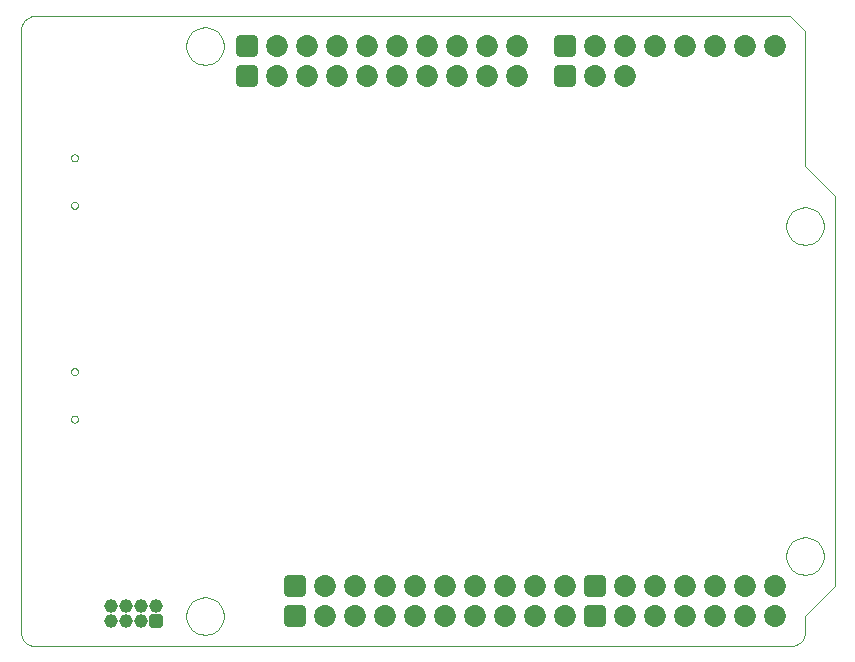
<source format=gbr>
G04 PROTEUS RS274X GERBER FILE*
%FSLAX45Y45*%
%MOMM*%
G01*
%AMPPAD055*
4,1,48,
0.323000,-0.577000,
-0.323000,-0.577000,
-0.349400,-0.575720,
-0.374930,-0.571950,
-0.399490,-0.565800,
-0.445220,-0.546870,
-0.485650,-0.519840,
-0.519840,-0.485640,
-0.546860,-0.445220,
-0.565800,-0.399490,
-0.571950,-0.374930,
-0.575720,-0.349400,
-0.577000,-0.323000,
-0.577000,0.323000,
-0.575720,0.349400,
-0.571950,0.374930,
-0.565800,0.399490,
-0.546860,0.445220,
-0.519840,0.485640,
-0.485650,0.519840,
-0.445220,0.546870,
-0.399490,0.565800,
-0.374930,0.571950,
-0.349400,0.575720,
-0.323000,0.577000,
0.323000,0.577000,
0.349400,0.575720,
0.374930,0.571950,
0.399490,0.565800,
0.445220,0.546870,
0.485650,0.519840,
0.519840,0.485640,
0.546860,0.445220,
0.565800,0.399490,
0.571950,0.374930,
0.575720,0.349400,
0.577000,0.323000,
0.577000,-0.323000,
0.575720,-0.349400,
0.571950,-0.374930,
0.565800,-0.399490,
0.546860,-0.445220,
0.519840,-0.485640,
0.485650,-0.519840,
0.445220,-0.546870,
0.399490,-0.565800,
0.374930,-0.571950,
0.349400,-0.575720,
0.323000,-0.577000,
0*%
%ADD61PPAD055*%
%ADD62C,1.154000*%
%AMPPAD057*
4,1,44,
-0.546000,0.927000,
0.546000,0.927000,
0.585600,0.925080,
0.623900,0.919420,
0.695940,0.897610,
0.760730,0.862960,
0.816870,0.816870,
0.862960,0.760730,
0.897610,0.695940,
0.919420,0.623900,
0.925080,0.585600,
0.927000,0.546000,
0.927000,-0.546000,
0.925080,-0.585600,
0.919420,-0.623900,
0.897610,-0.695940,
0.862960,-0.760730,
0.816870,-0.816870,
0.760730,-0.862960,
0.695940,-0.897610,
0.623900,-0.919420,
0.585600,-0.925080,
0.546000,-0.927000,
-0.546000,-0.927000,
-0.585600,-0.925080,
-0.623900,-0.919420,
-0.695940,-0.897610,
-0.760730,-0.862960,
-0.816870,-0.816870,
-0.862960,-0.760730,
-0.897610,-0.695940,
-0.919420,-0.623900,
-0.925080,-0.585600,
-0.927000,-0.546000,
-0.927000,0.546000,
-0.925080,0.585600,
-0.919420,0.623900,
-0.897610,0.695940,
-0.862960,0.760730,
-0.816870,0.816870,
-0.760730,0.862960,
-0.695940,0.897610,
-0.623900,0.919420,
-0.585600,0.925080,
-0.546000,0.927000,
0*%
%ADD63PPAD057*%
%ADD64C,1.854000*%
%ADD50C,0.025400*%
D61*
X+1149350Y+208200D03*
D62*
X+1149350Y+335200D03*
X+1022350Y+208200D03*
X+1022350Y+335200D03*
X+895350Y+208200D03*
X+895350Y+335200D03*
X+768350Y+208200D03*
X+768350Y+335200D03*
D63*
X+4864100Y+508000D03*
D64*
X+5118100Y+508000D03*
X+5372100Y+508000D03*
X+5626100Y+508000D03*
X+5880100Y+508000D03*
X+6134100Y+508000D03*
X+6388100Y+508000D03*
D63*
X+4864100Y+254000D03*
D64*
X+5118100Y+254000D03*
X+5372100Y+254000D03*
X+5626100Y+254000D03*
X+5880100Y+254000D03*
X+6134100Y+254000D03*
X+6388100Y+254000D03*
D63*
X+2324100Y+508000D03*
D64*
X+2578100Y+508000D03*
X+2832100Y+508000D03*
X+3086100Y+508000D03*
X+3340100Y+508000D03*
X+3594100Y+508000D03*
X+3848100Y+508000D03*
X+4102100Y+508000D03*
X+4356100Y+508000D03*
X+4610100Y+508000D03*
D63*
X+2324100Y+254000D03*
D64*
X+2578100Y+254000D03*
X+2832100Y+254000D03*
X+3086100Y+254000D03*
X+3340100Y+254000D03*
X+3594100Y+254000D03*
X+3848100Y+254000D03*
X+4102100Y+254000D03*
X+4356100Y+254000D03*
X+4610100Y+254000D03*
D63*
X+1917700Y+5080000D03*
D64*
X+2171700Y+5080000D03*
X+2425700Y+5080000D03*
X+2679700Y+5080000D03*
X+2933700Y+5080000D03*
X+3187700Y+5080000D03*
X+3441700Y+5080000D03*
X+3695700Y+5080000D03*
X+3949700Y+5080000D03*
X+4203700Y+5080000D03*
D63*
X+1917700Y+4826000D03*
D64*
X+2171700Y+4826000D03*
X+2425700Y+4826000D03*
X+2679700Y+4826000D03*
X+2933700Y+4826000D03*
X+3187700Y+4826000D03*
X+3441700Y+4826000D03*
X+3695700Y+4826000D03*
X+3949700Y+4826000D03*
X+4203700Y+4826000D03*
D63*
X+4610100Y+5080000D03*
D64*
X+4864100Y+5080000D03*
X+5118100Y+5080000D03*
X+5372100Y+5080000D03*
X+5626100Y+5080000D03*
X+5880100Y+5080000D03*
X+6134100Y+5080000D03*
X+6388100Y+5080000D03*
D63*
X+4610100Y+4826000D03*
D64*
X+4864100Y+4826000D03*
X+5118100Y+4826000D03*
D50*
X+6800850Y+762000D02*
X+6800320Y+774958D01*
X+6796016Y+800876D01*
X+6787025Y+826794D01*
X+6772380Y+852712D01*
X+6749976Y+878466D01*
X+6724058Y+897958D01*
X+6698140Y+910530D01*
X+6672222Y+917866D01*
X+6646304Y+920694D01*
X+6642100Y+920750D01*
X+6483350Y+762000D02*
X+6483880Y+774958D01*
X+6488184Y+800876D01*
X+6497175Y+826794D01*
X+6511820Y+852712D01*
X+6534224Y+878466D01*
X+6560142Y+897958D01*
X+6586060Y+910530D01*
X+6611978Y+917866D01*
X+6637896Y+920694D01*
X+6642100Y+920750D01*
X+6483350Y+762000D02*
X+6483880Y+749042D01*
X+6488184Y+723124D01*
X+6497175Y+697206D01*
X+6511820Y+671288D01*
X+6534224Y+645534D01*
X+6560142Y+626042D01*
X+6586060Y+613470D01*
X+6611978Y+606134D01*
X+6637896Y+603306D01*
X+6642100Y+603250D01*
X+6800850Y+762000D02*
X+6800320Y+749042D01*
X+6796016Y+723124D01*
X+6787025Y+697206D01*
X+6772380Y+671288D01*
X+6749976Y+645534D01*
X+6724058Y+626042D01*
X+6698140Y+613470D01*
X+6672222Y+606134D01*
X+6646304Y+603306D01*
X+6642100Y+603250D01*
X+6800850Y+3556000D02*
X+6800320Y+3568958D01*
X+6796016Y+3594876D01*
X+6787025Y+3620794D01*
X+6772380Y+3646712D01*
X+6749976Y+3672466D01*
X+6724058Y+3691958D01*
X+6698140Y+3704530D01*
X+6672222Y+3711866D01*
X+6646304Y+3714694D01*
X+6642100Y+3714750D01*
X+6483350Y+3556000D02*
X+6483880Y+3568958D01*
X+6488184Y+3594876D01*
X+6497175Y+3620794D01*
X+6511820Y+3646712D01*
X+6534224Y+3672466D01*
X+6560142Y+3691958D01*
X+6586060Y+3704530D01*
X+6611978Y+3711866D01*
X+6637896Y+3714694D01*
X+6642100Y+3714750D01*
X+6483350Y+3556000D02*
X+6483880Y+3543042D01*
X+6488184Y+3517124D01*
X+6497175Y+3491206D01*
X+6511820Y+3465288D01*
X+6534224Y+3439534D01*
X+6560142Y+3420042D01*
X+6586060Y+3407470D01*
X+6611978Y+3400134D01*
X+6637896Y+3397306D01*
X+6642100Y+3397250D01*
X+6800850Y+3556000D02*
X+6800320Y+3543042D01*
X+6796016Y+3517124D01*
X+6787025Y+3491206D01*
X+6772380Y+3465288D01*
X+6749976Y+3439534D01*
X+6724058Y+3420042D01*
X+6698140Y+3407470D01*
X+6672222Y+3400134D01*
X+6646304Y+3397306D01*
X+6642100Y+3397250D01*
X+1720850Y+5080000D02*
X+1720320Y+5092958D01*
X+1716016Y+5118876D01*
X+1707025Y+5144794D01*
X+1692380Y+5170712D01*
X+1669976Y+5196466D01*
X+1644058Y+5215958D01*
X+1618140Y+5228530D01*
X+1592222Y+5235866D01*
X+1566304Y+5238694D01*
X+1562100Y+5238750D01*
X+1403350Y+5080000D02*
X+1403880Y+5092958D01*
X+1408184Y+5118876D01*
X+1417175Y+5144794D01*
X+1431820Y+5170712D01*
X+1454224Y+5196466D01*
X+1480142Y+5215958D01*
X+1506060Y+5228530D01*
X+1531978Y+5235866D01*
X+1557896Y+5238694D01*
X+1562100Y+5238750D01*
X+1403350Y+5080000D02*
X+1403880Y+5067042D01*
X+1408184Y+5041124D01*
X+1417175Y+5015206D01*
X+1431820Y+4989288D01*
X+1454224Y+4963534D01*
X+1480142Y+4944042D01*
X+1506060Y+4931470D01*
X+1531978Y+4924134D01*
X+1557896Y+4921306D01*
X+1562100Y+4921250D01*
X+1720850Y+5080000D02*
X+1720320Y+5067042D01*
X+1716016Y+5041124D01*
X+1707025Y+5015206D01*
X+1692380Y+4989288D01*
X+1669976Y+4963534D01*
X+1644058Y+4944042D01*
X+1618140Y+4931470D01*
X+1592222Y+4924134D01*
X+1566304Y+4921306D01*
X+1562100Y+4921250D01*
X+1720850Y+254000D02*
X+1720320Y+266958D01*
X+1716016Y+292876D01*
X+1707025Y+318794D01*
X+1692380Y+344712D01*
X+1669976Y+370466D01*
X+1644058Y+389958D01*
X+1618140Y+402530D01*
X+1592222Y+409866D01*
X+1566304Y+412694D01*
X+1562100Y+412750D01*
X+1403350Y+254000D02*
X+1403880Y+266958D01*
X+1408184Y+292876D01*
X+1417175Y+318794D01*
X+1431820Y+344712D01*
X+1454224Y+370466D01*
X+1480142Y+389958D01*
X+1506060Y+402530D01*
X+1531978Y+409866D01*
X+1557896Y+412694D01*
X+1562100Y+412750D01*
X+1403350Y+254000D02*
X+1403880Y+241042D01*
X+1408184Y+215124D01*
X+1417175Y+189206D01*
X+1431820Y+163288D01*
X+1454224Y+137534D01*
X+1480142Y+118042D01*
X+1506060Y+105470D01*
X+1531978Y+98134D01*
X+1557896Y+95306D01*
X+1562100Y+95250D01*
X+1720850Y+254000D02*
X+1720320Y+241042D01*
X+1716016Y+215124D01*
X+1707025Y+189206D01*
X+1692380Y+163288D01*
X+1669976Y+137534D01*
X+1644058Y+118042D01*
X+1618140Y+105470D01*
X+1592222Y+98134D01*
X+1566304Y+95306D01*
X+1562100Y+95250D01*
X+127000Y+0D02*
X+101032Y+2527D01*
X+77018Y+9798D01*
X+55423Y+21347D01*
X+36711Y+36711D01*
X+21348Y+55423D01*
X+9798Y+77018D01*
X+2527Y+101032D01*
X+0Y+127000D01*
X+0Y+5207000D01*
X+2527Y+5232967D01*
X+9798Y+5256981D01*
X+21348Y+5278577D01*
X+36711Y+5297289D01*
X+55423Y+5312652D01*
X+77018Y+5324202D01*
X+101032Y+5331473D01*
X+127000Y+5334000D01*
X+6515100Y+5334000D01*
X+6642100Y+5207000D01*
X+6642100Y+4064000D01*
X+6896100Y+3810000D01*
X+6896100Y+508000D01*
X+6642100Y+254000D01*
X+6642100Y+127000D01*
X+6639573Y+101032D01*
X+6632302Y+77018D01*
X+6620752Y+55423D01*
X+6605389Y+36711D01*
X+6586677Y+21347D01*
X+6565081Y+9798D01*
X+6541067Y+2527D01*
X+6515100Y+0D01*
X+127000Y+0D01*
X+486300Y+2322200D02*
X+486197Y+2324689D01*
X+485355Y+2329669D01*
X+483595Y+2334649D01*
X+480718Y+2339629D01*
X+476317Y+2344545D01*
X+471337Y+2348159D01*
X+466357Y+2350464D01*
X+461377Y+2351767D01*
X+456397Y+2352200D01*
X+456300Y+2352200D01*
X+426300Y+2322200D02*
X+426403Y+2324689D01*
X+427245Y+2329669D01*
X+429005Y+2334649D01*
X+431882Y+2339629D01*
X+436283Y+2344545D01*
X+441263Y+2348159D01*
X+446243Y+2350464D01*
X+451223Y+2351767D01*
X+456203Y+2352200D01*
X+456300Y+2352200D01*
X+426300Y+2322200D02*
X+426403Y+2319711D01*
X+427245Y+2314731D01*
X+429005Y+2309751D01*
X+431882Y+2304771D01*
X+436283Y+2299855D01*
X+441263Y+2296241D01*
X+446243Y+2293936D01*
X+451223Y+2292633D01*
X+456203Y+2292200D01*
X+456300Y+2292200D01*
X+486300Y+2322200D02*
X+486197Y+2319711D01*
X+485355Y+2314731D01*
X+483595Y+2309751D01*
X+480718Y+2304771D01*
X+476317Y+2299855D01*
X+471337Y+2296241D01*
X+466357Y+2293936D01*
X+461377Y+2292633D01*
X+456397Y+2292200D01*
X+456300Y+2292200D01*
X+486300Y+1922200D02*
X+486197Y+1924689D01*
X+485355Y+1929669D01*
X+483595Y+1934649D01*
X+480718Y+1939629D01*
X+476317Y+1944545D01*
X+471337Y+1948159D01*
X+466357Y+1950464D01*
X+461377Y+1951767D01*
X+456397Y+1952200D01*
X+456300Y+1952200D01*
X+426300Y+1922200D02*
X+426403Y+1924689D01*
X+427245Y+1929669D01*
X+429005Y+1934649D01*
X+431882Y+1939629D01*
X+436283Y+1944545D01*
X+441263Y+1948159D01*
X+446243Y+1950464D01*
X+451223Y+1951767D01*
X+456203Y+1952200D01*
X+456300Y+1952200D01*
X+426300Y+1922200D02*
X+426403Y+1919711D01*
X+427245Y+1914731D01*
X+429005Y+1909751D01*
X+431882Y+1904771D01*
X+436283Y+1899855D01*
X+441263Y+1896241D01*
X+446243Y+1893936D01*
X+451223Y+1892633D01*
X+456203Y+1892200D01*
X+456300Y+1892200D01*
X+486300Y+1922200D02*
X+486197Y+1919711D01*
X+485355Y+1914731D01*
X+483595Y+1909751D01*
X+480718Y+1904771D01*
X+476317Y+1899855D01*
X+471337Y+1896241D01*
X+466357Y+1893936D01*
X+461377Y+1892633D01*
X+456397Y+1892200D01*
X+456300Y+1892200D01*
X+486300Y+3732900D02*
X+486197Y+3735389D01*
X+485355Y+3740369D01*
X+483595Y+3745349D01*
X+480718Y+3750329D01*
X+476317Y+3755245D01*
X+471337Y+3758859D01*
X+466357Y+3761164D01*
X+461377Y+3762467D01*
X+456397Y+3762900D01*
X+456300Y+3762900D01*
X+426300Y+3732900D02*
X+426403Y+3735389D01*
X+427245Y+3740369D01*
X+429005Y+3745349D01*
X+431882Y+3750329D01*
X+436283Y+3755245D01*
X+441263Y+3758859D01*
X+446243Y+3761164D01*
X+451223Y+3762467D01*
X+456203Y+3762900D01*
X+456300Y+3762900D01*
X+426300Y+3732900D02*
X+426403Y+3730411D01*
X+427245Y+3725431D01*
X+429005Y+3720451D01*
X+431882Y+3715471D01*
X+436283Y+3710555D01*
X+441263Y+3706941D01*
X+446243Y+3704636D01*
X+451223Y+3703333D01*
X+456203Y+3702900D01*
X+456300Y+3702900D01*
X+486300Y+3732900D02*
X+486197Y+3730411D01*
X+485355Y+3725431D01*
X+483595Y+3720451D01*
X+480718Y+3715471D01*
X+476317Y+3710555D01*
X+471337Y+3706941D01*
X+466357Y+3704636D01*
X+461377Y+3703333D01*
X+456397Y+3702900D01*
X+456300Y+3702900D01*
X+486300Y+4132900D02*
X+486197Y+4135389D01*
X+485355Y+4140369D01*
X+483595Y+4145349D01*
X+480718Y+4150329D01*
X+476317Y+4155245D01*
X+471337Y+4158859D01*
X+466357Y+4161164D01*
X+461377Y+4162467D01*
X+456397Y+4162900D01*
X+456300Y+4162900D01*
X+426300Y+4132900D02*
X+426403Y+4135389D01*
X+427245Y+4140369D01*
X+429005Y+4145349D01*
X+431882Y+4150329D01*
X+436283Y+4155245D01*
X+441263Y+4158859D01*
X+446243Y+4161164D01*
X+451223Y+4162467D01*
X+456203Y+4162900D01*
X+456300Y+4162900D01*
X+426300Y+4132900D02*
X+426403Y+4130411D01*
X+427245Y+4125431D01*
X+429005Y+4120451D01*
X+431882Y+4115471D01*
X+436283Y+4110555D01*
X+441263Y+4106941D01*
X+446243Y+4104636D01*
X+451223Y+4103333D01*
X+456203Y+4102900D01*
X+456300Y+4102900D01*
X+486300Y+4132900D02*
X+486197Y+4130411D01*
X+485355Y+4125431D01*
X+483595Y+4120451D01*
X+480718Y+4115471D01*
X+476317Y+4110555D01*
X+471337Y+4106941D01*
X+466357Y+4104636D01*
X+461377Y+4103333D01*
X+456397Y+4102900D01*
X+456300Y+4102900D01*
M02*

</source>
